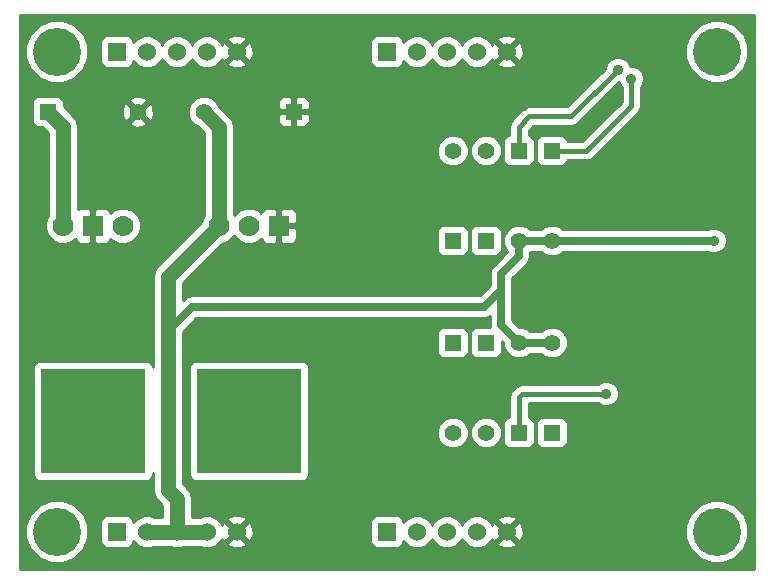
<source format=gbl>
G04 (created by PCBNEW (2013-07-07 BZR 4022)-stable) date 12/7/2014 8:29:54 AM*
%MOIN*%
G04 Gerber Fmt 3.4, Leading zero omitted, Abs format*
%FSLAX34Y34*%
G01*
G70*
G90*
G04 APERTURE LIST*
%ADD10C,0.00590551*%
%ADD11R,0.055X0.055*%
%ADD12C,0.055*%
%ADD13C,0.07*%
%ADD14R,0.07X0.07*%
%ADD15R,0.35X0.35*%
%ADD16C,0.16*%
%ADD17R,0.06X0.06*%
%ADD18C,0.06*%
%ADD19C,0.035*%
%ADD20C,0.015*%
%ADD21C,0.01*%
%ADD22C,0.025*%
%ADD23C,0.05*%
G04 APERTURE END LIST*
G54D10*
G54D11*
X65579Y-61111D03*
G54D12*
X65579Y-64111D03*
G54D11*
X60279Y-53411D03*
G54D12*
X57279Y-53411D03*
G54D11*
X65579Y-57711D03*
G54D12*
X65579Y-54711D03*
G54D11*
X68881Y-54709D03*
G54D12*
X68881Y-57709D03*
G54D11*
X66681Y-57709D03*
G54D12*
X66681Y-54709D03*
G54D11*
X67781Y-54709D03*
G54D12*
X67781Y-57709D03*
G54D11*
X52079Y-53411D03*
G54D12*
X55079Y-53411D03*
G54D11*
X68881Y-64109D03*
G54D12*
X68881Y-61109D03*
G54D11*
X67781Y-64109D03*
G54D12*
X67781Y-61109D03*
G54D11*
X66681Y-61109D03*
G54D12*
X66681Y-64109D03*
G54D13*
X57779Y-57211D03*
G54D14*
X59779Y-57211D03*
G54D13*
X58779Y-57211D03*
G54D15*
X58779Y-63711D03*
X53579Y-63711D03*
G54D13*
X54579Y-57211D03*
G54D14*
X53579Y-57211D03*
G54D13*
X52579Y-57211D03*
G54D16*
X74379Y-67411D03*
X52379Y-67411D03*
X52379Y-51411D03*
X74379Y-51411D03*
G54D17*
X54381Y-51409D03*
G54D18*
X55381Y-51409D03*
X56381Y-51409D03*
X57381Y-51409D03*
X58381Y-51409D03*
G54D17*
X54381Y-67409D03*
G54D18*
X55381Y-67409D03*
X56381Y-67409D03*
X57381Y-67409D03*
X58381Y-67409D03*
G54D17*
X63381Y-67409D03*
G54D18*
X64381Y-67409D03*
X65381Y-67409D03*
X66381Y-67409D03*
X67381Y-67409D03*
G54D17*
X63381Y-51409D03*
G54D18*
X64381Y-51409D03*
X65381Y-51409D03*
X66381Y-51409D03*
X67381Y-51409D03*
G54D19*
X72000Y-62500D03*
X72500Y-62500D03*
X73000Y-62500D03*
X73500Y-62500D03*
X73500Y-62000D03*
X73000Y-62000D03*
X72500Y-62000D03*
X72000Y-62000D03*
X69731Y-57109D03*
X69731Y-56609D03*
X69731Y-56109D03*
X70231Y-56109D03*
X70231Y-56609D03*
X70231Y-57109D03*
X70731Y-57109D03*
X70731Y-56609D03*
X70731Y-56109D03*
X60879Y-67411D03*
X60379Y-67411D03*
X59879Y-67411D03*
X59379Y-67411D03*
X59379Y-66911D03*
X59879Y-66911D03*
X60379Y-66911D03*
X60879Y-66911D03*
X60879Y-66411D03*
X60379Y-66411D03*
X59879Y-66411D03*
X59379Y-66411D03*
X60629Y-58411D03*
X61129Y-58411D03*
X61629Y-58411D03*
X62129Y-58411D03*
X62129Y-57911D03*
X61629Y-57911D03*
X61129Y-57911D03*
X60629Y-57911D03*
X60629Y-57411D03*
X61129Y-57411D03*
X61629Y-57411D03*
X62129Y-57411D03*
X62129Y-56911D03*
X61629Y-56911D03*
X61129Y-56911D03*
X60629Y-56911D03*
X51629Y-54411D03*
X74379Y-58661D03*
X74379Y-59161D03*
X74379Y-59661D03*
X73879Y-59661D03*
X73379Y-59661D03*
X72879Y-59661D03*
X72879Y-59161D03*
X73379Y-59161D03*
X73879Y-59161D03*
X73879Y-58661D03*
X73379Y-58661D03*
X72879Y-58661D03*
X68879Y-52661D03*
X68379Y-52661D03*
X68379Y-52161D03*
X68879Y-52161D03*
X68879Y-51661D03*
X68379Y-51661D03*
X68379Y-51161D03*
X68879Y-51161D03*
X59379Y-51911D03*
X59879Y-51911D03*
X60379Y-51911D03*
X60879Y-51911D03*
X61379Y-51911D03*
X61879Y-51911D03*
X61879Y-51411D03*
X61379Y-51411D03*
X60879Y-51411D03*
X60379Y-51411D03*
X59879Y-51411D03*
X59379Y-51411D03*
X68379Y-67161D03*
X68879Y-67161D03*
X69379Y-67161D03*
X69379Y-66661D03*
X68879Y-66661D03*
X68379Y-66661D03*
X68379Y-66161D03*
X68879Y-66161D03*
X69379Y-66161D03*
X73879Y-56911D03*
X73379Y-56911D03*
X72879Y-56911D03*
X72879Y-56411D03*
X73379Y-56411D03*
X73879Y-56411D03*
X73879Y-55911D03*
X73379Y-55911D03*
X72879Y-55911D03*
X70679Y-62811D03*
X71529Y-52311D03*
X71079Y-52011D03*
X74279Y-57711D03*
G54D20*
X72500Y-62500D02*
X72000Y-62500D01*
X73500Y-62500D02*
X73000Y-62500D01*
X73000Y-62000D02*
X73500Y-62000D01*
X72000Y-62000D02*
X72500Y-62000D01*
X69731Y-56109D02*
X69731Y-56609D01*
X70231Y-56609D02*
X70231Y-56109D01*
X70731Y-57109D02*
X70231Y-57109D01*
X70731Y-56109D02*
X70731Y-56609D01*
X60379Y-67411D02*
X60879Y-67411D01*
X59379Y-67411D02*
X59879Y-67411D01*
X59879Y-66911D02*
X59379Y-66911D01*
X60879Y-66911D02*
X60379Y-66911D01*
X60379Y-66411D02*
X60879Y-66411D01*
X59379Y-66411D02*
X59879Y-66411D01*
G54D21*
X61129Y-58411D02*
X60629Y-58411D01*
X62129Y-58411D02*
X61629Y-58411D01*
X61629Y-57911D02*
X62129Y-57911D01*
X60629Y-57911D02*
X61129Y-57911D01*
X61129Y-57411D02*
X60629Y-57411D01*
X62129Y-57411D02*
X61629Y-57411D01*
X61629Y-56911D02*
X62129Y-56911D01*
X60629Y-56911D02*
X61129Y-56911D01*
G54D22*
X74379Y-59161D02*
X74379Y-58661D01*
X73879Y-59661D02*
X74379Y-59661D01*
X72879Y-59661D02*
X73379Y-59661D01*
X73379Y-59161D02*
X72879Y-59161D01*
X73879Y-58661D02*
X73879Y-59161D01*
X72879Y-58661D02*
X73379Y-58661D01*
G54D21*
X68379Y-52661D02*
X68879Y-52661D01*
X68879Y-52161D02*
X68379Y-52161D01*
X68379Y-51661D02*
X68879Y-51661D01*
X68879Y-51161D02*
X68379Y-51161D01*
G54D20*
X60279Y-53411D02*
X60279Y-52311D01*
X60379Y-51911D02*
X59879Y-51911D01*
X61379Y-51911D02*
X60879Y-51911D01*
X61879Y-51411D02*
X61879Y-51911D01*
X60879Y-51411D02*
X61379Y-51411D01*
X59879Y-51411D02*
X60379Y-51411D01*
X60279Y-52311D02*
X59379Y-51411D01*
X69379Y-67161D02*
X68879Y-67161D01*
X68879Y-66661D02*
X69379Y-66661D01*
X68379Y-66161D02*
X68379Y-66661D01*
X69379Y-66161D02*
X68879Y-66161D01*
X72879Y-56911D02*
X73379Y-56911D01*
X73379Y-56411D02*
X72879Y-56411D01*
X73879Y-55911D02*
X73879Y-56411D01*
X72879Y-55911D02*
X73379Y-55911D01*
X67781Y-64109D02*
X67781Y-62908D01*
X70679Y-62811D02*
X67879Y-62811D01*
X67879Y-62811D02*
X67781Y-62908D01*
X68881Y-54709D02*
X70031Y-54709D01*
X70031Y-54709D02*
X70029Y-54711D01*
X71529Y-53211D02*
X71529Y-52311D01*
X70029Y-54711D02*
X71529Y-53211D01*
X67781Y-54709D02*
X67781Y-53909D01*
X67781Y-53909D02*
X68130Y-53561D01*
X71079Y-52011D02*
X69529Y-53561D01*
X69529Y-53561D02*
X68130Y-53561D01*
G54D23*
X52579Y-57211D02*
X52579Y-53911D01*
X52579Y-53911D02*
X52079Y-53411D01*
G54D22*
X67781Y-57709D02*
X68881Y-57709D01*
X68881Y-57709D02*
X68883Y-57711D01*
X68883Y-57711D02*
X74279Y-57711D01*
X67781Y-57709D02*
X67781Y-58209D01*
X67781Y-58209D02*
X67179Y-58811D01*
X68881Y-61109D02*
X67781Y-61109D01*
X67781Y-61109D02*
X67179Y-60506D01*
X67179Y-60506D02*
X67179Y-59361D01*
X67179Y-58811D02*
X67179Y-59361D01*
X56079Y-60711D02*
X56879Y-59911D01*
X66629Y-59911D02*
X67179Y-59361D01*
X56879Y-59911D02*
X66629Y-59911D01*
G54D23*
X56379Y-67411D02*
X55379Y-67411D01*
X56379Y-67411D02*
X56379Y-66311D01*
X56079Y-65211D02*
X56079Y-66011D01*
X56079Y-60711D02*
X56079Y-65211D01*
X56379Y-66311D02*
X56079Y-66011D01*
X56079Y-60461D02*
X56079Y-60711D01*
X56079Y-59711D02*
X56079Y-60461D01*
X56079Y-58911D02*
X56079Y-59711D01*
X57379Y-67411D02*
X56379Y-67411D01*
X57779Y-57211D02*
X56079Y-58911D01*
X57779Y-57211D02*
X57779Y-53911D01*
X57779Y-53911D02*
X57279Y-53411D01*
G54D10*
G36*
X75609Y-68641D02*
X75429Y-68641D01*
X75429Y-67203D01*
X75429Y-51203D01*
X75270Y-50817D01*
X74974Y-50521D01*
X74589Y-50361D01*
X74171Y-50361D01*
X73785Y-50520D01*
X73489Y-50815D01*
X73329Y-51201D01*
X73329Y-51619D01*
X73488Y-52005D01*
X73783Y-52300D01*
X74169Y-52461D01*
X74587Y-52461D01*
X74973Y-52301D01*
X75268Y-52006D01*
X75429Y-51621D01*
X75429Y-51203D01*
X75429Y-67203D01*
X75270Y-66817D01*
X74974Y-66521D01*
X74704Y-66409D01*
X74704Y-57627D01*
X74639Y-57470D01*
X74520Y-57351D01*
X74364Y-57286D01*
X74195Y-57286D01*
X74074Y-57336D01*
X71954Y-57336D01*
X71954Y-52227D01*
X71889Y-52070D01*
X71770Y-51951D01*
X71614Y-51886D01*
X71487Y-51886D01*
X71439Y-51770D01*
X71320Y-51651D01*
X71164Y-51586D01*
X70995Y-51586D01*
X70838Y-51650D01*
X70719Y-51770D01*
X70654Y-51926D01*
X70654Y-51976D01*
X69394Y-53236D01*
X68130Y-53236D01*
X68005Y-53260D01*
X67936Y-53307D01*
X67936Y-51491D01*
X67925Y-51272D01*
X67863Y-51121D01*
X67767Y-51094D01*
X67697Y-51164D01*
X67697Y-51023D01*
X67669Y-50928D01*
X67463Y-50854D01*
X67245Y-50865D01*
X67094Y-50928D01*
X67066Y-51023D01*
X67381Y-51338D01*
X67697Y-51023D01*
X67697Y-51164D01*
X67452Y-51409D01*
X67767Y-51724D01*
X67863Y-51697D01*
X67936Y-51491D01*
X67936Y-53307D01*
X67900Y-53331D01*
X67900Y-53331D01*
X67697Y-53534D01*
X67697Y-51795D01*
X67381Y-51480D01*
X67311Y-51550D01*
X67311Y-51409D01*
X66995Y-51094D01*
X66900Y-51121D01*
X66880Y-51176D01*
X66848Y-51098D01*
X66693Y-50943D01*
X66491Y-50859D01*
X66272Y-50859D01*
X66070Y-50942D01*
X65915Y-51097D01*
X65881Y-51179D01*
X65848Y-51098D01*
X65693Y-50943D01*
X65491Y-50859D01*
X65272Y-50859D01*
X65070Y-50942D01*
X64915Y-51097D01*
X64881Y-51179D01*
X64848Y-51098D01*
X64693Y-50943D01*
X64491Y-50859D01*
X64272Y-50859D01*
X64070Y-50942D01*
X63931Y-51081D01*
X63931Y-51059D01*
X63893Y-50968D01*
X63823Y-50897D01*
X63731Y-50859D01*
X63632Y-50859D01*
X63032Y-50859D01*
X62940Y-50897D01*
X62870Y-50967D01*
X62831Y-51059D01*
X62831Y-51158D01*
X62831Y-51758D01*
X62869Y-51850D01*
X62940Y-51921D01*
X63031Y-51959D01*
X63131Y-51959D01*
X63731Y-51959D01*
X63823Y-51921D01*
X63893Y-51851D01*
X63931Y-51759D01*
X63931Y-51737D01*
X64069Y-51875D01*
X64272Y-51959D01*
X64490Y-51959D01*
X64693Y-51875D01*
X64847Y-51721D01*
X64881Y-51639D01*
X64915Y-51720D01*
X65069Y-51875D01*
X65272Y-51959D01*
X65490Y-51959D01*
X65693Y-51875D01*
X65847Y-51721D01*
X65881Y-51639D01*
X65915Y-51720D01*
X66069Y-51875D01*
X66272Y-51959D01*
X66490Y-51959D01*
X66693Y-51875D01*
X66847Y-51721D01*
X66879Y-51645D01*
X66900Y-51697D01*
X66995Y-51724D01*
X67311Y-51409D01*
X67311Y-51550D01*
X67066Y-51795D01*
X67094Y-51890D01*
X67300Y-51964D01*
X67518Y-51953D01*
X67669Y-51890D01*
X67697Y-51795D01*
X67697Y-53534D01*
X67552Y-53679D01*
X67481Y-53785D01*
X67456Y-53909D01*
X67456Y-54184D01*
X67365Y-54222D01*
X67295Y-54292D01*
X67256Y-54384D01*
X67256Y-54483D01*
X67256Y-55033D01*
X67294Y-55125D01*
X67365Y-55196D01*
X67456Y-55234D01*
X67556Y-55234D01*
X68106Y-55234D01*
X68198Y-55196D01*
X68268Y-55126D01*
X68306Y-55034D01*
X68306Y-54934D01*
X68306Y-54384D01*
X68268Y-54293D01*
X68198Y-54222D01*
X68106Y-54184D01*
X68106Y-54044D01*
X68264Y-53886D01*
X69529Y-53886D01*
X69653Y-53861D01*
X69653Y-53861D01*
X69759Y-53791D01*
X71113Y-52436D01*
X71121Y-52436D01*
X71168Y-52551D01*
X71204Y-52587D01*
X71204Y-53076D01*
X69896Y-54384D01*
X69406Y-54384D01*
X69368Y-54293D01*
X69298Y-54222D01*
X69206Y-54184D01*
X69107Y-54184D01*
X68557Y-54184D01*
X68465Y-54222D01*
X68395Y-54292D01*
X68356Y-54384D01*
X68356Y-54483D01*
X68356Y-55033D01*
X68394Y-55125D01*
X68465Y-55196D01*
X68556Y-55234D01*
X68656Y-55234D01*
X69206Y-55234D01*
X69298Y-55196D01*
X69368Y-55126D01*
X69406Y-55034D01*
X70020Y-55034D01*
X70029Y-55036D01*
X70153Y-55011D01*
X70259Y-54941D01*
X70260Y-54939D01*
X70260Y-54939D01*
X70260Y-54939D01*
X70260Y-54939D01*
X71759Y-53441D01*
X71759Y-53441D01*
X71759Y-53441D01*
X71829Y-53335D01*
X71829Y-53335D01*
X71854Y-53211D01*
X71854Y-52587D01*
X71889Y-52552D01*
X71954Y-52396D01*
X71954Y-52227D01*
X71954Y-57336D01*
X69251Y-57336D01*
X69179Y-57264D01*
X68986Y-57184D01*
X68777Y-57184D01*
X68584Y-57264D01*
X68514Y-57334D01*
X68149Y-57334D01*
X68079Y-57264D01*
X67886Y-57184D01*
X67677Y-57184D01*
X67484Y-57264D01*
X67337Y-57411D01*
X67256Y-57604D01*
X67256Y-57813D01*
X67336Y-58006D01*
X67395Y-58065D01*
X67206Y-58254D01*
X67206Y-54605D01*
X67127Y-54412D01*
X66979Y-54264D01*
X66786Y-54184D01*
X66577Y-54184D01*
X66384Y-54264D01*
X66237Y-54411D01*
X66156Y-54604D01*
X66156Y-54813D01*
X66236Y-55006D01*
X66384Y-55154D01*
X66577Y-55234D01*
X66785Y-55234D01*
X66978Y-55154D01*
X67126Y-55007D01*
X67206Y-54814D01*
X67206Y-54605D01*
X67206Y-58254D01*
X67206Y-58254D01*
X67206Y-57934D01*
X67206Y-57384D01*
X67168Y-57293D01*
X67098Y-57222D01*
X67006Y-57184D01*
X66907Y-57184D01*
X66357Y-57184D01*
X66265Y-57222D01*
X66195Y-57292D01*
X66156Y-57384D01*
X66156Y-57483D01*
X66156Y-58033D01*
X66194Y-58125D01*
X66265Y-58196D01*
X66356Y-58234D01*
X66456Y-58234D01*
X67006Y-58234D01*
X67098Y-58196D01*
X67168Y-58126D01*
X67206Y-58034D01*
X67206Y-57934D01*
X67206Y-58254D01*
X66914Y-58546D01*
X66832Y-58668D01*
X66804Y-58811D01*
X66804Y-59205D01*
X66474Y-59536D01*
X66104Y-59536D01*
X66104Y-54607D01*
X66024Y-54414D01*
X65877Y-54266D01*
X65684Y-54186D01*
X65475Y-54186D01*
X65282Y-54265D01*
X65134Y-54413D01*
X65054Y-54606D01*
X65054Y-54815D01*
X65134Y-55008D01*
X65281Y-55156D01*
X65474Y-55236D01*
X65683Y-55236D01*
X65876Y-55156D01*
X66024Y-55009D01*
X66104Y-54816D01*
X66104Y-54607D01*
X66104Y-59536D01*
X66104Y-59536D01*
X66104Y-57936D01*
X66104Y-57386D01*
X66066Y-57294D01*
X65996Y-57224D01*
X65904Y-57186D01*
X65804Y-57186D01*
X65254Y-57186D01*
X65162Y-57224D01*
X65092Y-57294D01*
X65054Y-57386D01*
X65054Y-57485D01*
X65054Y-58035D01*
X65092Y-58127D01*
X65162Y-58198D01*
X65254Y-58236D01*
X65353Y-58236D01*
X65903Y-58236D01*
X65995Y-58198D01*
X66066Y-58128D01*
X66104Y-58036D01*
X66104Y-57936D01*
X66104Y-59536D01*
X60804Y-59536D01*
X60804Y-53636D01*
X60804Y-53185D01*
X60804Y-53086D01*
X60766Y-52994D01*
X60695Y-52924D01*
X60603Y-52886D01*
X60391Y-52886D01*
X60329Y-52948D01*
X60329Y-53361D01*
X60741Y-53361D01*
X60804Y-53298D01*
X60804Y-53185D01*
X60804Y-53636D01*
X60804Y-53523D01*
X60741Y-53461D01*
X60329Y-53461D01*
X60329Y-53873D01*
X60391Y-53936D01*
X60603Y-53936D01*
X60695Y-53898D01*
X60766Y-53828D01*
X60804Y-53736D01*
X60804Y-53636D01*
X60804Y-59536D01*
X60379Y-59536D01*
X60379Y-57610D01*
X60379Y-56811D01*
X60341Y-56719D01*
X60271Y-56649D01*
X60229Y-56632D01*
X60229Y-53873D01*
X60229Y-53461D01*
X60229Y-53361D01*
X60229Y-52948D01*
X60166Y-52886D01*
X59954Y-52886D01*
X59862Y-52924D01*
X59792Y-52994D01*
X59754Y-53086D01*
X59754Y-53185D01*
X59754Y-53298D01*
X59816Y-53361D01*
X60229Y-53361D01*
X60229Y-53461D01*
X59816Y-53461D01*
X59754Y-53523D01*
X59754Y-53636D01*
X59754Y-53736D01*
X59792Y-53828D01*
X59862Y-53898D01*
X59954Y-53936D01*
X60166Y-53936D01*
X60229Y-53873D01*
X60229Y-56632D01*
X60179Y-56611D01*
X60079Y-56611D01*
X59891Y-56611D01*
X59829Y-56673D01*
X59829Y-57161D01*
X60316Y-57161D01*
X60379Y-57098D01*
X60379Y-56811D01*
X60379Y-57610D01*
X60379Y-57323D01*
X60316Y-57261D01*
X59829Y-57261D01*
X59829Y-57748D01*
X59891Y-57811D01*
X60079Y-57811D01*
X60179Y-57811D01*
X60271Y-57773D01*
X60341Y-57702D01*
X60379Y-57610D01*
X60379Y-59536D01*
X56879Y-59536D01*
X56735Y-59564D01*
X56662Y-59613D01*
X56614Y-59646D01*
X56579Y-59680D01*
X56579Y-59118D01*
X57886Y-57811D01*
X57898Y-57811D01*
X58118Y-57720D01*
X58279Y-57559D01*
X58439Y-57719D01*
X58659Y-57811D01*
X58898Y-57811D01*
X59118Y-57720D01*
X59193Y-57645D01*
X59217Y-57702D01*
X59287Y-57773D01*
X59379Y-57811D01*
X59478Y-57811D01*
X59666Y-57811D01*
X59729Y-57748D01*
X59729Y-57261D01*
X59721Y-57261D01*
X59721Y-57161D01*
X59729Y-57161D01*
X59729Y-56673D01*
X59666Y-56611D01*
X59478Y-56611D01*
X59379Y-56611D01*
X59287Y-56649D01*
X59217Y-56719D01*
X59193Y-56777D01*
X59119Y-56702D01*
X58936Y-56626D01*
X58936Y-51491D01*
X58925Y-51272D01*
X58863Y-51121D01*
X58767Y-51094D01*
X58697Y-51164D01*
X58697Y-51023D01*
X58669Y-50928D01*
X58463Y-50854D01*
X58245Y-50865D01*
X58094Y-50928D01*
X58066Y-51023D01*
X58381Y-51338D01*
X58697Y-51023D01*
X58697Y-51164D01*
X58452Y-51409D01*
X58767Y-51724D01*
X58863Y-51697D01*
X58936Y-51491D01*
X58936Y-56626D01*
X58899Y-56611D01*
X58697Y-56611D01*
X58697Y-51795D01*
X58381Y-51480D01*
X58311Y-51550D01*
X58311Y-51409D01*
X57995Y-51094D01*
X57900Y-51121D01*
X57880Y-51176D01*
X57848Y-51098D01*
X57693Y-50943D01*
X57491Y-50859D01*
X57272Y-50859D01*
X57070Y-50942D01*
X56915Y-51097D01*
X56881Y-51179D01*
X56848Y-51098D01*
X56693Y-50943D01*
X56491Y-50859D01*
X56272Y-50859D01*
X56070Y-50942D01*
X55915Y-51097D01*
X55881Y-51179D01*
X55848Y-51098D01*
X55693Y-50943D01*
X55491Y-50859D01*
X55272Y-50859D01*
X55070Y-50942D01*
X54931Y-51081D01*
X54931Y-51059D01*
X54893Y-50968D01*
X54823Y-50897D01*
X54731Y-50859D01*
X54632Y-50859D01*
X54032Y-50859D01*
X53940Y-50897D01*
X53870Y-50967D01*
X53831Y-51059D01*
X53831Y-51158D01*
X53831Y-51758D01*
X53869Y-51850D01*
X53940Y-51921D01*
X54031Y-51959D01*
X54131Y-51959D01*
X54731Y-51959D01*
X54823Y-51921D01*
X54893Y-51851D01*
X54931Y-51759D01*
X54931Y-51737D01*
X55069Y-51875D01*
X55272Y-51959D01*
X55490Y-51959D01*
X55693Y-51875D01*
X55847Y-51721D01*
X55881Y-51639D01*
X55915Y-51720D01*
X56069Y-51875D01*
X56272Y-51959D01*
X56490Y-51959D01*
X56693Y-51875D01*
X56847Y-51721D01*
X56881Y-51639D01*
X56915Y-51720D01*
X57069Y-51875D01*
X57272Y-51959D01*
X57490Y-51959D01*
X57693Y-51875D01*
X57847Y-51721D01*
X57879Y-51645D01*
X57900Y-51697D01*
X57995Y-51724D01*
X58311Y-51409D01*
X58311Y-51550D01*
X58066Y-51795D01*
X58094Y-51890D01*
X58300Y-51964D01*
X58518Y-51953D01*
X58669Y-51890D01*
X58697Y-51795D01*
X58697Y-56611D01*
X58660Y-56611D01*
X58439Y-56702D01*
X58279Y-56862D01*
X58279Y-53911D01*
X58241Y-53719D01*
X58132Y-53557D01*
X58132Y-53557D01*
X57749Y-53174D01*
X57724Y-53114D01*
X57577Y-52966D01*
X57384Y-52886D01*
X57175Y-52886D01*
X56982Y-52965D01*
X56834Y-53113D01*
X56754Y-53306D01*
X56754Y-53515D01*
X56834Y-53708D01*
X56981Y-53856D01*
X57042Y-53881D01*
X57279Y-54118D01*
X57279Y-56862D01*
X57271Y-56870D01*
X57179Y-57091D01*
X57179Y-57104D01*
X55725Y-58557D01*
X55617Y-58719D01*
X55609Y-58760D01*
X55609Y-53487D01*
X55597Y-53278D01*
X55539Y-53138D01*
X55447Y-53114D01*
X55376Y-53184D01*
X55376Y-53043D01*
X55352Y-52950D01*
X55155Y-52881D01*
X54946Y-52892D01*
X54806Y-52950D01*
X54782Y-53043D01*
X55079Y-53340D01*
X55376Y-53043D01*
X55376Y-53184D01*
X55150Y-53411D01*
X55447Y-53708D01*
X55539Y-53684D01*
X55609Y-53487D01*
X55609Y-58760D01*
X55579Y-58911D01*
X55579Y-58911D01*
X55579Y-59711D01*
X55579Y-60461D01*
X55579Y-60711D01*
X55579Y-61911D01*
X55541Y-61819D01*
X55471Y-61749D01*
X55379Y-61711D01*
X55376Y-61711D01*
X55376Y-53779D01*
X55079Y-53481D01*
X55008Y-53552D01*
X55008Y-53411D01*
X54711Y-53114D01*
X54618Y-53138D01*
X54549Y-53335D01*
X54560Y-53544D01*
X54618Y-53684D01*
X54711Y-53708D01*
X55008Y-53411D01*
X55008Y-53552D01*
X54782Y-53779D01*
X54806Y-53871D01*
X55003Y-53941D01*
X55212Y-53929D01*
X55352Y-53871D01*
X55376Y-53779D01*
X55376Y-61711D01*
X55279Y-61711D01*
X55179Y-61711D01*
X55179Y-57092D01*
X55088Y-56871D01*
X54919Y-56702D01*
X54699Y-56611D01*
X54460Y-56611D01*
X54239Y-56702D01*
X54165Y-56777D01*
X54141Y-56719D01*
X54071Y-56649D01*
X53979Y-56611D01*
X53879Y-56611D01*
X53691Y-56611D01*
X53629Y-56673D01*
X53629Y-57161D01*
X53637Y-57161D01*
X53637Y-57261D01*
X53629Y-57261D01*
X53629Y-57748D01*
X53691Y-57811D01*
X53879Y-57811D01*
X53979Y-57811D01*
X54071Y-57773D01*
X54141Y-57702D01*
X54165Y-57645D01*
X54239Y-57719D01*
X54459Y-57811D01*
X54698Y-57811D01*
X54918Y-57720D01*
X55087Y-57551D01*
X55179Y-57331D01*
X55179Y-57092D01*
X55179Y-61711D01*
X53529Y-61711D01*
X53529Y-57748D01*
X53529Y-57261D01*
X53521Y-57261D01*
X53521Y-57161D01*
X53529Y-57161D01*
X53529Y-56673D01*
X53466Y-56611D01*
X53429Y-56611D01*
X53429Y-51203D01*
X53270Y-50817D01*
X52974Y-50521D01*
X52589Y-50361D01*
X52171Y-50361D01*
X51785Y-50520D01*
X51489Y-50815D01*
X51329Y-51201D01*
X51329Y-51619D01*
X51488Y-52005D01*
X51783Y-52300D01*
X52169Y-52461D01*
X52587Y-52461D01*
X52973Y-52301D01*
X53268Y-52006D01*
X53429Y-51621D01*
X53429Y-51203D01*
X53429Y-56611D01*
X53278Y-56611D01*
X53179Y-56611D01*
X53087Y-56649D01*
X53079Y-56657D01*
X53079Y-53911D01*
X53041Y-53719D01*
X52932Y-53557D01*
X52932Y-53557D01*
X52604Y-53229D01*
X52604Y-53086D01*
X52566Y-52994D01*
X52496Y-52924D01*
X52404Y-52886D01*
X52304Y-52886D01*
X51754Y-52886D01*
X51662Y-52924D01*
X51592Y-52994D01*
X51554Y-53086D01*
X51554Y-53185D01*
X51554Y-53735D01*
X51592Y-53827D01*
X51662Y-53898D01*
X51754Y-53936D01*
X51853Y-53936D01*
X51897Y-53936D01*
X52079Y-54118D01*
X52079Y-56862D01*
X52071Y-56870D01*
X51979Y-57091D01*
X51979Y-57330D01*
X52070Y-57550D01*
X52239Y-57719D01*
X52459Y-57811D01*
X52698Y-57811D01*
X52918Y-57720D01*
X52993Y-57645D01*
X53017Y-57702D01*
X53087Y-57773D01*
X53179Y-57811D01*
X53278Y-57811D01*
X53466Y-57811D01*
X53529Y-57748D01*
X53529Y-61711D01*
X51779Y-61711D01*
X51687Y-61749D01*
X51617Y-61819D01*
X51579Y-61911D01*
X51579Y-62010D01*
X51579Y-65510D01*
X51617Y-65602D01*
X51687Y-65673D01*
X51779Y-65711D01*
X51878Y-65711D01*
X55378Y-65711D01*
X55470Y-65673D01*
X55541Y-65603D01*
X55579Y-65511D01*
X55579Y-65461D01*
X55579Y-66011D01*
X55579Y-66011D01*
X55617Y-66202D01*
X55725Y-66364D01*
X55879Y-66518D01*
X55879Y-66911D01*
X55616Y-66911D01*
X55491Y-66859D01*
X55272Y-66859D01*
X55070Y-66942D01*
X54931Y-67081D01*
X54931Y-67059D01*
X54893Y-66968D01*
X54823Y-66897D01*
X54731Y-66859D01*
X54632Y-66859D01*
X54032Y-66859D01*
X53940Y-66897D01*
X53870Y-66967D01*
X53831Y-67059D01*
X53831Y-67158D01*
X53831Y-67758D01*
X53869Y-67850D01*
X53940Y-67921D01*
X54031Y-67959D01*
X54131Y-67959D01*
X54731Y-67959D01*
X54823Y-67921D01*
X54893Y-67851D01*
X54931Y-67759D01*
X54931Y-67737D01*
X55069Y-67875D01*
X55272Y-67959D01*
X55490Y-67959D01*
X55607Y-67911D01*
X56156Y-67911D01*
X56272Y-67959D01*
X56490Y-67959D01*
X56607Y-67911D01*
X57156Y-67911D01*
X57272Y-67959D01*
X57490Y-67959D01*
X57693Y-67875D01*
X57847Y-67721D01*
X57879Y-67645D01*
X57900Y-67697D01*
X57995Y-67724D01*
X58311Y-67409D01*
X57995Y-67094D01*
X57900Y-67121D01*
X57880Y-67176D01*
X57848Y-67098D01*
X57693Y-66943D01*
X57491Y-66859D01*
X57272Y-66859D01*
X57147Y-66911D01*
X56879Y-66911D01*
X56879Y-66311D01*
X56879Y-66311D01*
X56879Y-66311D01*
X56841Y-66119D01*
X56732Y-65957D01*
X56732Y-65957D01*
X56579Y-65804D01*
X56579Y-65211D01*
X56579Y-60741D01*
X57034Y-60286D01*
X66629Y-60286D01*
X66772Y-60257D01*
X66804Y-60236D01*
X66804Y-60506D01*
X66819Y-60584D01*
X66357Y-60584D01*
X66265Y-60622D01*
X66195Y-60692D01*
X66156Y-60784D01*
X66156Y-60883D01*
X66156Y-61433D01*
X66194Y-61525D01*
X66265Y-61596D01*
X66356Y-61634D01*
X66456Y-61634D01*
X67006Y-61634D01*
X67098Y-61596D01*
X67168Y-61526D01*
X67206Y-61434D01*
X67206Y-61334D01*
X67206Y-61064D01*
X67256Y-61114D01*
X67256Y-61213D01*
X67336Y-61406D01*
X67484Y-61554D01*
X67677Y-61634D01*
X67885Y-61634D01*
X68078Y-61554D01*
X68149Y-61484D01*
X68514Y-61484D01*
X68584Y-61554D01*
X68777Y-61634D01*
X68985Y-61634D01*
X69178Y-61554D01*
X69326Y-61407D01*
X69406Y-61214D01*
X69406Y-61005D01*
X69327Y-60812D01*
X69179Y-60664D01*
X68986Y-60584D01*
X68777Y-60584D01*
X68584Y-60664D01*
X68514Y-60734D01*
X68149Y-60734D01*
X68079Y-60664D01*
X67886Y-60584D01*
X67787Y-60584D01*
X67554Y-60351D01*
X67554Y-59361D01*
X67554Y-58967D01*
X68047Y-58474D01*
X68047Y-58474D01*
X68128Y-58352D01*
X68156Y-58209D01*
X68156Y-58209D01*
X68156Y-58084D01*
X68514Y-58084D01*
X68584Y-58154D01*
X68777Y-58234D01*
X68985Y-58234D01*
X69178Y-58154D01*
X69247Y-58086D01*
X74074Y-58086D01*
X74194Y-58136D01*
X74363Y-58136D01*
X74519Y-58071D01*
X74639Y-57952D01*
X74704Y-57796D01*
X74704Y-57627D01*
X74704Y-66409D01*
X74589Y-66361D01*
X74171Y-66361D01*
X73785Y-66520D01*
X73489Y-66815D01*
X73329Y-67201D01*
X73329Y-67619D01*
X73488Y-68005D01*
X73783Y-68300D01*
X74169Y-68461D01*
X74587Y-68461D01*
X74973Y-68301D01*
X75268Y-68006D01*
X75429Y-67621D01*
X75429Y-67203D01*
X75429Y-68641D01*
X71104Y-68641D01*
X71104Y-62727D01*
X71039Y-62570D01*
X70920Y-62451D01*
X70764Y-62386D01*
X70595Y-62386D01*
X70438Y-62450D01*
X70403Y-62486D01*
X67879Y-62486D01*
X67754Y-62510D01*
X67712Y-62539D01*
X67649Y-62581D01*
X67649Y-62581D01*
X67552Y-62678D01*
X67481Y-62784D01*
X67456Y-62908D01*
X67456Y-63584D01*
X67365Y-63622D01*
X67295Y-63692D01*
X67256Y-63784D01*
X67256Y-63883D01*
X67256Y-64433D01*
X67294Y-64525D01*
X67365Y-64596D01*
X67456Y-64634D01*
X67556Y-64634D01*
X68106Y-64634D01*
X68198Y-64596D01*
X68268Y-64526D01*
X68306Y-64434D01*
X68306Y-64334D01*
X68306Y-63784D01*
X68268Y-63693D01*
X68198Y-63622D01*
X68106Y-63584D01*
X68106Y-63136D01*
X70403Y-63136D01*
X70438Y-63171D01*
X70594Y-63236D01*
X70763Y-63236D01*
X70919Y-63171D01*
X71039Y-63052D01*
X71104Y-62896D01*
X71104Y-62727D01*
X71104Y-68641D01*
X69406Y-68641D01*
X69406Y-64334D01*
X69406Y-63784D01*
X69368Y-63693D01*
X69298Y-63622D01*
X69206Y-63584D01*
X69107Y-63584D01*
X68557Y-63584D01*
X68465Y-63622D01*
X68395Y-63692D01*
X68356Y-63784D01*
X68356Y-63883D01*
X68356Y-64433D01*
X68394Y-64525D01*
X68465Y-64596D01*
X68556Y-64634D01*
X68656Y-64634D01*
X69206Y-64634D01*
X69298Y-64596D01*
X69368Y-64526D01*
X69406Y-64434D01*
X69406Y-64334D01*
X69406Y-68641D01*
X67936Y-68641D01*
X67936Y-67491D01*
X67925Y-67272D01*
X67863Y-67121D01*
X67767Y-67094D01*
X67697Y-67164D01*
X67697Y-67023D01*
X67669Y-66928D01*
X67463Y-66854D01*
X67245Y-66865D01*
X67206Y-66881D01*
X67206Y-64005D01*
X67127Y-63812D01*
X66979Y-63664D01*
X66786Y-63584D01*
X66577Y-63584D01*
X66384Y-63664D01*
X66237Y-63811D01*
X66156Y-64004D01*
X66156Y-64213D01*
X66236Y-64406D01*
X66384Y-64554D01*
X66577Y-64634D01*
X66785Y-64634D01*
X66978Y-64554D01*
X67126Y-64407D01*
X67206Y-64214D01*
X67206Y-64005D01*
X67206Y-66881D01*
X67094Y-66928D01*
X67066Y-67023D01*
X67381Y-67338D01*
X67697Y-67023D01*
X67697Y-67164D01*
X67452Y-67409D01*
X67767Y-67724D01*
X67863Y-67697D01*
X67936Y-67491D01*
X67936Y-68641D01*
X67697Y-68641D01*
X67697Y-67795D01*
X67381Y-67480D01*
X67311Y-67550D01*
X67311Y-67409D01*
X66995Y-67094D01*
X66900Y-67121D01*
X66880Y-67176D01*
X66848Y-67098D01*
X66693Y-66943D01*
X66491Y-66859D01*
X66272Y-66859D01*
X66104Y-66928D01*
X66104Y-64007D01*
X66104Y-64007D01*
X66104Y-61336D01*
X66104Y-60786D01*
X66066Y-60694D01*
X65996Y-60624D01*
X65904Y-60586D01*
X65804Y-60586D01*
X65254Y-60586D01*
X65162Y-60624D01*
X65092Y-60694D01*
X65054Y-60786D01*
X65054Y-60885D01*
X65054Y-61435D01*
X65092Y-61527D01*
X65162Y-61598D01*
X65254Y-61636D01*
X65353Y-61636D01*
X65903Y-61636D01*
X65995Y-61598D01*
X66066Y-61528D01*
X66104Y-61436D01*
X66104Y-61336D01*
X66104Y-64007D01*
X66024Y-63814D01*
X65877Y-63666D01*
X65684Y-63586D01*
X65475Y-63586D01*
X65282Y-63665D01*
X65134Y-63813D01*
X65054Y-64006D01*
X65054Y-64215D01*
X65134Y-64408D01*
X65281Y-64556D01*
X65474Y-64636D01*
X65683Y-64636D01*
X65876Y-64556D01*
X66024Y-64409D01*
X66104Y-64216D01*
X66104Y-64007D01*
X66104Y-66928D01*
X66070Y-66942D01*
X65915Y-67097D01*
X65881Y-67179D01*
X65848Y-67098D01*
X65693Y-66943D01*
X65491Y-66859D01*
X65272Y-66859D01*
X65070Y-66942D01*
X64915Y-67097D01*
X64881Y-67179D01*
X64848Y-67098D01*
X64693Y-66943D01*
X64491Y-66859D01*
X64272Y-66859D01*
X64070Y-66942D01*
X63931Y-67081D01*
X63931Y-67059D01*
X63893Y-66968D01*
X63823Y-66897D01*
X63731Y-66859D01*
X63632Y-66859D01*
X63032Y-66859D01*
X62940Y-66897D01*
X62870Y-66967D01*
X62831Y-67059D01*
X62831Y-67158D01*
X62831Y-67758D01*
X62869Y-67850D01*
X62940Y-67921D01*
X63031Y-67959D01*
X63131Y-67959D01*
X63731Y-67959D01*
X63823Y-67921D01*
X63893Y-67851D01*
X63931Y-67759D01*
X63931Y-67737D01*
X64069Y-67875D01*
X64272Y-67959D01*
X64490Y-67959D01*
X64693Y-67875D01*
X64847Y-67721D01*
X64881Y-67639D01*
X64915Y-67720D01*
X65069Y-67875D01*
X65272Y-67959D01*
X65490Y-67959D01*
X65693Y-67875D01*
X65847Y-67721D01*
X65881Y-67639D01*
X65915Y-67720D01*
X66069Y-67875D01*
X66272Y-67959D01*
X66490Y-67959D01*
X66693Y-67875D01*
X66847Y-67721D01*
X66879Y-67645D01*
X66900Y-67697D01*
X66995Y-67724D01*
X67311Y-67409D01*
X67311Y-67550D01*
X67066Y-67795D01*
X67094Y-67890D01*
X67300Y-67964D01*
X67518Y-67953D01*
X67669Y-67890D01*
X67697Y-67795D01*
X67697Y-68641D01*
X60779Y-68641D01*
X60779Y-65411D01*
X60779Y-61911D01*
X60741Y-61819D01*
X60671Y-61749D01*
X60579Y-61711D01*
X60479Y-61711D01*
X56979Y-61711D01*
X56887Y-61749D01*
X56817Y-61819D01*
X56779Y-61911D01*
X56779Y-62010D01*
X56779Y-65510D01*
X56817Y-65602D01*
X56887Y-65673D01*
X56979Y-65711D01*
X57078Y-65711D01*
X60578Y-65711D01*
X60670Y-65673D01*
X60741Y-65603D01*
X60779Y-65511D01*
X60779Y-65411D01*
X60779Y-68641D01*
X58936Y-68641D01*
X58936Y-67491D01*
X58925Y-67272D01*
X58863Y-67121D01*
X58767Y-67094D01*
X58697Y-67164D01*
X58697Y-67023D01*
X58669Y-66928D01*
X58463Y-66854D01*
X58245Y-66865D01*
X58094Y-66928D01*
X58066Y-67023D01*
X58381Y-67338D01*
X58697Y-67023D01*
X58697Y-67164D01*
X58452Y-67409D01*
X58767Y-67724D01*
X58863Y-67697D01*
X58936Y-67491D01*
X58936Y-68641D01*
X58697Y-68641D01*
X58697Y-67795D01*
X58381Y-67480D01*
X58066Y-67795D01*
X58094Y-67890D01*
X58300Y-67964D01*
X58518Y-67953D01*
X58669Y-67890D01*
X58697Y-67795D01*
X58697Y-68641D01*
X53429Y-68641D01*
X53429Y-67203D01*
X53270Y-66817D01*
X52974Y-66521D01*
X52589Y-66361D01*
X52171Y-66361D01*
X51785Y-66520D01*
X51489Y-66815D01*
X51329Y-67201D01*
X51329Y-67619D01*
X51488Y-68005D01*
X51783Y-68300D01*
X52169Y-68461D01*
X52587Y-68461D01*
X52973Y-68301D01*
X53268Y-68006D01*
X53429Y-67621D01*
X53429Y-67203D01*
X53429Y-68641D01*
X51149Y-68641D01*
X51149Y-50411D01*
X51149Y-50180D01*
X75609Y-50180D01*
X75609Y-50411D01*
X75609Y-68641D01*
X75609Y-68641D01*
G37*
G54D21*
X75609Y-68641D02*
X75429Y-68641D01*
X75429Y-67203D01*
X75429Y-51203D01*
X75270Y-50817D01*
X74974Y-50521D01*
X74589Y-50361D01*
X74171Y-50361D01*
X73785Y-50520D01*
X73489Y-50815D01*
X73329Y-51201D01*
X73329Y-51619D01*
X73488Y-52005D01*
X73783Y-52300D01*
X74169Y-52461D01*
X74587Y-52461D01*
X74973Y-52301D01*
X75268Y-52006D01*
X75429Y-51621D01*
X75429Y-51203D01*
X75429Y-67203D01*
X75270Y-66817D01*
X74974Y-66521D01*
X74704Y-66409D01*
X74704Y-57627D01*
X74639Y-57470D01*
X74520Y-57351D01*
X74364Y-57286D01*
X74195Y-57286D01*
X74074Y-57336D01*
X71954Y-57336D01*
X71954Y-52227D01*
X71889Y-52070D01*
X71770Y-51951D01*
X71614Y-51886D01*
X71487Y-51886D01*
X71439Y-51770D01*
X71320Y-51651D01*
X71164Y-51586D01*
X70995Y-51586D01*
X70838Y-51650D01*
X70719Y-51770D01*
X70654Y-51926D01*
X70654Y-51976D01*
X69394Y-53236D01*
X68130Y-53236D01*
X68005Y-53260D01*
X67936Y-53307D01*
X67936Y-51491D01*
X67925Y-51272D01*
X67863Y-51121D01*
X67767Y-51094D01*
X67697Y-51164D01*
X67697Y-51023D01*
X67669Y-50928D01*
X67463Y-50854D01*
X67245Y-50865D01*
X67094Y-50928D01*
X67066Y-51023D01*
X67381Y-51338D01*
X67697Y-51023D01*
X67697Y-51164D01*
X67452Y-51409D01*
X67767Y-51724D01*
X67863Y-51697D01*
X67936Y-51491D01*
X67936Y-53307D01*
X67900Y-53331D01*
X67900Y-53331D01*
X67697Y-53534D01*
X67697Y-51795D01*
X67381Y-51480D01*
X67311Y-51550D01*
X67311Y-51409D01*
X66995Y-51094D01*
X66900Y-51121D01*
X66880Y-51176D01*
X66848Y-51098D01*
X66693Y-50943D01*
X66491Y-50859D01*
X66272Y-50859D01*
X66070Y-50942D01*
X65915Y-51097D01*
X65881Y-51179D01*
X65848Y-51098D01*
X65693Y-50943D01*
X65491Y-50859D01*
X65272Y-50859D01*
X65070Y-50942D01*
X64915Y-51097D01*
X64881Y-51179D01*
X64848Y-51098D01*
X64693Y-50943D01*
X64491Y-50859D01*
X64272Y-50859D01*
X64070Y-50942D01*
X63931Y-51081D01*
X63931Y-51059D01*
X63893Y-50968D01*
X63823Y-50897D01*
X63731Y-50859D01*
X63632Y-50859D01*
X63032Y-50859D01*
X62940Y-50897D01*
X62870Y-50967D01*
X62831Y-51059D01*
X62831Y-51158D01*
X62831Y-51758D01*
X62869Y-51850D01*
X62940Y-51921D01*
X63031Y-51959D01*
X63131Y-51959D01*
X63731Y-51959D01*
X63823Y-51921D01*
X63893Y-51851D01*
X63931Y-51759D01*
X63931Y-51737D01*
X64069Y-51875D01*
X64272Y-51959D01*
X64490Y-51959D01*
X64693Y-51875D01*
X64847Y-51721D01*
X64881Y-51639D01*
X64915Y-51720D01*
X65069Y-51875D01*
X65272Y-51959D01*
X65490Y-51959D01*
X65693Y-51875D01*
X65847Y-51721D01*
X65881Y-51639D01*
X65915Y-51720D01*
X66069Y-51875D01*
X66272Y-51959D01*
X66490Y-51959D01*
X66693Y-51875D01*
X66847Y-51721D01*
X66879Y-51645D01*
X66900Y-51697D01*
X66995Y-51724D01*
X67311Y-51409D01*
X67311Y-51550D01*
X67066Y-51795D01*
X67094Y-51890D01*
X67300Y-51964D01*
X67518Y-51953D01*
X67669Y-51890D01*
X67697Y-51795D01*
X67697Y-53534D01*
X67552Y-53679D01*
X67481Y-53785D01*
X67456Y-53909D01*
X67456Y-54184D01*
X67365Y-54222D01*
X67295Y-54292D01*
X67256Y-54384D01*
X67256Y-54483D01*
X67256Y-55033D01*
X67294Y-55125D01*
X67365Y-55196D01*
X67456Y-55234D01*
X67556Y-55234D01*
X68106Y-55234D01*
X68198Y-55196D01*
X68268Y-55126D01*
X68306Y-55034D01*
X68306Y-54934D01*
X68306Y-54384D01*
X68268Y-54293D01*
X68198Y-54222D01*
X68106Y-54184D01*
X68106Y-54044D01*
X68264Y-53886D01*
X69529Y-53886D01*
X69653Y-53861D01*
X69653Y-53861D01*
X69759Y-53791D01*
X71113Y-52436D01*
X71121Y-52436D01*
X71168Y-52551D01*
X71204Y-52587D01*
X71204Y-53076D01*
X69896Y-54384D01*
X69406Y-54384D01*
X69368Y-54293D01*
X69298Y-54222D01*
X69206Y-54184D01*
X69107Y-54184D01*
X68557Y-54184D01*
X68465Y-54222D01*
X68395Y-54292D01*
X68356Y-54384D01*
X68356Y-54483D01*
X68356Y-55033D01*
X68394Y-55125D01*
X68465Y-55196D01*
X68556Y-55234D01*
X68656Y-55234D01*
X69206Y-55234D01*
X69298Y-55196D01*
X69368Y-55126D01*
X69406Y-55034D01*
X70020Y-55034D01*
X70029Y-55036D01*
X70153Y-55011D01*
X70259Y-54941D01*
X70260Y-54939D01*
X70260Y-54939D01*
X70260Y-54939D01*
X70260Y-54939D01*
X71759Y-53441D01*
X71759Y-53441D01*
X71759Y-53441D01*
X71829Y-53335D01*
X71829Y-53335D01*
X71854Y-53211D01*
X71854Y-52587D01*
X71889Y-52552D01*
X71954Y-52396D01*
X71954Y-52227D01*
X71954Y-57336D01*
X69251Y-57336D01*
X69179Y-57264D01*
X68986Y-57184D01*
X68777Y-57184D01*
X68584Y-57264D01*
X68514Y-57334D01*
X68149Y-57334D01*
X68079Y-57264D01*
X67886Y-57184D01*
X67677Y-57184D01*
X67484Y-57264D01*
X67337Y-57411D01*
X67256Y-57604D01*
X67256Y-57813D01*
X67336Y-58006D01*
X67395Y-58065D01*
X67206Y-58254D01*
X67206Y-54605D01*
X67127Y-54412D01*
X66979Y-54264D01*
X66786Y-54184D01*
X66577Y-54184D01*
X66384Y-54264D01*
X66237Y-54411D01*
X66156Y-54604D01*
X66156Y-54813D01*
X66236Y-55006D01*
X66384Y-55154D01*
X66577Y-55234D01*
X66785Y-55234D01*
X66978Y-55154D01*
X67126Y-55007D01*
X67206Y-54814D01*
X67206Y-54605D01*
X67206Y-58254D01*
X67206Y-58254D01*
X67206Y-57934D01*
X67206Y-57384D01*
X67168Y-57293D01*
X67098Y-57222D01*
X67006Y-57184D01*
X66907Y-57184D01*
X66357Y-57184D01*
X66265Y-57222D01*
X66195Y-57292D01*
X66156Y-57384D01*
X66156Y-57483D01*
X66156Y-58033D01*
X66194Y-58125D01*
X66265Y-58196D01*
X66356Y-58234D01*
X66456Y-58234D01*
X67006Y-58234D01*
X67098Y-58196D01*
X67168Y-58126D01*
X67206Y-58034D01*
X67206Y-57934D01*
X67206Y-58254D01*
X66914Y-58546D01*
X66832Y-58668D01*
X66804Y-58811D01*
X66804Y-59205D01*
X66474Y-59536D01*
X66104Y-59536D01*
X66104Y-54607D01*
X66024Y-54414D01*
X65877Y-54266D01*
X65684Y-54186D01*
X65475Y-54186D01*
X65282Y-54265D01*
X65134Y-54413D01*
X65054Y-54606D01*
X65054Y-54815D01*
X65134Y-55008D01*
X65281Y-55156D01*
X65474Y-55236D01*
X65683Y-55236D01*
X65876Y-55156D01*
X66024Y-55009D01*
X66104Y-54816D01*
X66104Y-54607D01*
X66104Y-59536D01*
X66104Y-59536D01*
X66104Y-57936D01*
X66104Y-57386D01*
X66066Y-57294D01*
X65996Y-57224D01*
X65904Y-57186D01*
X65804Y-57186D01*
X65254Y-57186D01*
X65162Y-57224D01*
X65092Y-57294D01*
X65054Y-57386D01*
X65054Y-57485D01*
X65054Y-58035D01*
X65092Y-58127D01*
X65162Y-58198D01*
X65254Y-58236D01*
X65353Y-58236D01*
X65903Y-58236D01*
X65995Y-58198D01*
X66066Y-58128D01*
X66104Y-58036D01*
X66104Y-57936D01*
X66104Y-59536D01*
X60804Y-59536D01*
X60804Y-53636D01*
X60804Y-53185D01*
X60804Y-53086D01*
X60766Y-52994D01*
X60695Y-52924D01*
X60603Y-52886D01*
X60391Y-52886D01*
X60329Y-52948D01*
X60329Y-53361D01*
X60741Y-53361D01*
X60804Y-53298D01*
X60804Y-53185D01*
X60804Y-53636D01*
X60804Y-53523D01*
X60741Y-53461D01*
X60329Y-53461D01*
X60329Y-53873D01*
X60391Y-53936D01*
X60603Y-53936D01*
X60695Y-53898D01*
X60766Y-53828D01*
X60804Y-53736D01*
X60804Y-53636D01*
X60804Y-59536D01*
X60379Y-59536D01*
X60379Y-57610D01*
X60379Y-56811D01*
X60341Y-56719D01*
X60271Y-56649D01*
X60229Y-56632D01*
X60229Y-53873D01*
X60229Y-53461D01*
X60229Y-53361D01*
X60229Y-52948D01*
X60166Y-52886D01*
X59954Y-52886D01*
X59862Y-52924D01*
X59792Y-52994D01*
X59754Y-53086D01*
X59754Y-53185D01*
X59754Y-53298D01*
X59816Y-53361D01*
X60229Y-53361D01*
X60229Y-53461D01*
X59816Y-53461D01*
X59754Y-53523D01*
X59754Y-53636D01*
X59754Y-53736D01*
X59792Y-53828D01*
X59862Y-53898D01*
X59954Y-53936D01*
X60166Y-53936D01*
X60229Y-53873D01*
X60229Y-56632D01*
X60179Y-56611D01*
X60079Y-56611D01*
X59891Y-56611D01*
X59829Y-56673D01*
X59829Y-57161D01*
X60316Y-57161D01*
X60379Y-57098D01*
X60379Y-56811D01*
X60379Y-57610D01*
X60379Y-57323D01*
X60316Y-57261D01*
X59829Y-57261D01*
X59829Y-57748D01*
X59891Y-57811D01*
X60079Y-57811D01*
X60179Y-57811D01*
X60271Y-57773D01*
X60341Y-57702D01*
X60379Y-57610D01*
X60379Y-59536D01*
X56879Y-59536D01*
X56735Y-59564D01*
X56662Y-59613D01*
X56614Y-59646D01*
X56579Y-59680D01*
X56579Y-59118D01*
X57886Y-57811D01*
X57898Y-57811D01*
X58118Y-57720D01*
X58279Y-57559D01*
X58439Y-57719D01*
X58659Y-57811D01*
X58898Y-57811D01*
X59118Y-57720D01*
X59193Y-57645D01*
X59217Y-57702D01*
X59287Y-57773D01*
X59379Y-57811D01*
X59478Y-57811D01*
X59666Y-57811D01*
X59729Y-57748D01*
X59729Y-57261D01*
X59721Y-57261D01*
X59721Y-57161D01*
X59729Y-57161D01*
X59729Y-56673D01*
X59666Y-56611D01*
X59478Y-56611D01*
X59379Y-56611D01*
X59287Y-56649D01*
X59217Y-56719D01*
X59193Y-56777D01*
X59119Y-56702D01*
X58936Y-56626D01*
X58936Y-51491D01*
X58925Y-51272D01*
X58863Y-51121D01*
X58767Y-51094D01*
X58697Y-51164D01*
X58697Y-51023D01*
X58669Y-50928D01*
X58463Y-50854D01*
X58245Y-50865D01*
X58094Y-50928D01*
X58066Y-51023D01*
X58381Y-51338D01*
X58697Y-51023D01*
X58697Y-51164D01*
X58452Y-51409D01*
X58767Y-51724D01*
X58863Y-51697D01*
X58936Y-51491D01*
X58936Y-56626D01*
X58899Y-56611D01*
X58697Y-56611D01*
X58697Y-51795D01*
X58381Y-51480D01*
X58311Y-51550D01*
X58311Y-51409D01*
X57995Y-51094D01*
X57900Y-51121D01*
X57880Y-51176D01*
X57848Y-51098D01*
X57693Y-50943D01*
X57491Y-50859D01*
X57272Y-50859D01*
X57070Y-50942D01*
X56915Y-51097D01*
X56881Y-51179D01*
X56848Y-51098D01*
X56693Y-50943D01*
X56491Y-50859D01*
X56272Y-50859D01*
X56070Y-50942D01*
X55915Y-51097D01*
X55881Y-51179D01*
X55848Y-51098D01*
X55693Y-50943D01*
X55491Y-50859D01*
X55272Y-50859D01*
X55070Y-50942D01*
X54931Y-51081D01*
X54931Y-51059D01*
X54893Y-50968D01*
X54823Y-50897D01*
X54731Y-50859D01*
X54632Y-50859D01*
X54032Y-50859D01*
X53940Y-50897D01*
X53870Y-50967D01*
X53831Y-51059D01*
X53831Y-51158D01*
X53831Y-51758D01*
X53869Y-51850D01*
X53940Y-51921D01*
X54031Y-51959D01*
X54131Y-51959D01*
X54731Y-51959D01*
X54823Y-51921D01*
X54893Y-51851D01*
X54931Y-51759D01*
X54931Y-51737D01*
X55069Y-51875D01*
X55272Y-51959D01*
X55490Y-51959D01*
X55693Y-51875D01*
X55847Y-51721D01*
X55881Y-51639D01*
X55915Y-51720D01*
X56069Y-51875D01*
X56272Y-51959D01*
X56490Y-51959D01*
X56693Y-51875D01*
X56847Y-51721D01*
X56881Y-51639D01*
X56915Y-51720D01*
X57069Y-51875D01*
X57272Y-51959D01*
X57490Y-51959D01*
X57693Y-51875D01*
X57847Y-51721D01*
X57879Y-51645D01*
X57900Y-51697D01*
X57995Y-51724D01*
X58311Y-51409D01*
X58311Y-51550D01*
X58066Y-51795D01*
X58094Y-51890D01*
X58300Y-51964D01*
X58518Y-51953D01*
X58669Y-51890D01*
X58697Y-51795D01*
X58697Y-56611D01*
X58660Y-56611D01*
X58439Y-56702D01*
X58279Y-56862D01*
X58279Y-53911D01*
X58241Y-53719D01*
X58132Y-53557D01*
X58132Y-53557D01*
X57749Y-53174D01*
X57724Y-53114D01*
X57577Y-52966D01*
X57384Y-52886D01*
X57175Y-52886D01*
X56982Y-52965D01*
X56834Y-53113D01*
X56754Y-53306D01*
X56754Y-53515D01*
X56834Y-53708D01*
X56981Y-53856D01*
X57042Y-53881D01*
X57279Y-54118D01*
X57279Y-56862D01*
X57271Y-56870D01*
X57179Y-57091D01*
X57179Y-57104D01*
X55725Y-58557D01*
X55617Y-58719D01*
X55609Y-58760D01*
X55609Y-53487D01*
X55597Y-53278D01*
X55539Y-53138D01*
X55447Y-53114D01*
X55376Y-53184D01*
X55376Y-53043D01*
X55352Y-52950D01*
X55155Y-52881D01*
X54946Y-52892D01*
X54806Y-52950D01*
X54782Y-53043D01*
X55079Y-53340D01*
X55376Y-53043D01*
X55376Y-53184D01*
X55150Y-53411D01*
X55447Y-53708D01*
X55539Y-53684D01*
X55609Y-53487D01*
X55609Y-58760D01*
X55579Y-58911D01*
X55579Y-58911D01*
X55579Y-59711D01*
X55579Y-60461D01*
X55579Y-60711D01*
X55579Y-61911D01*
X55541Y-61819D01*
X55471Y-61749D01*
X55379Y-61711D01*
X55376Y-61711D01*
X55376Y-53779D01*
X55079Y-53481D01*
X55008Y-53552D01*
X55008Y-53411D01*
X54711Y-53114D01*
X54618Y-53138D01*
X54549Y-53335D01*
X54560Y-53544D01*
X54618Y-53684D01*
X54711Y-53708D01*
X55008Y-53411D01*
X55008Y-53552D01*
X54782Y-53779D01*
X54806Y-53871D01*
X55003Y-53941D01*
X55212Y-53929D01*
X55352Y-53871D01*
X55376Y-53779D01*
X55376Y-61711D01*
X55279Y-61711D01*
X55179Y-61711D01*
X55179Y-57092D01*
X55088Y-56871D01*
X54919Y-56702D01*
X54699Y-56611D01*
X54460Y-56611D01*
X54239Y-56702D01*
X54165Y-56777D01*
X54141Y-56719D01*
X54071Y-56649D01*
X53979Y-56611D01*
X53879Y-56611D01*
X53691Y-56611D01*
X53629Y-56673D01*
X53629Y-57161D01*
X53637Y-57161D01*
X53637Y-57261D01*
X53629Y-57261D01*
X53629Y-57748D01*
X53691Y-57811D01*
X53879Y-57811D01*
X53979Y-57811D01*
X54071Y-57773D01*
X54141Y-57702D01*
X54165Y-57645D01*
X54239Y-57719D01*
X54459Y-57811D01*
X54698Y-57811D01*
X54918Y-57720D01*
X55087Y-57551D01*
X55179Y-57331D01*
X55179Y-57092D01*
X55179Y-61711D01*
X53529Y-61711D01*
X53529Y-57748D01*
X53529Y-57261D01*
X53521Y-57261D01*
X53521Y-57161D01*
X53529Y-57161D01*
X53529Y-56673D01*
X53466Y-56611D01*
X53429Y-56611D01*
X53429Y-51203D01*
X53270Y-50817D01*
X52974Y-50521D01*
X52589Y-50361D01*
X52171Y-50361D01*
X51785Y-50520D01*
X51489Y-50815D01*
X51329Y-51201D01*
X51329Y-51619D01*
X51488Y-52005D01*
X51783Y-52300D01*
X52169Y-52461D01*
X52587Y-52461D01*
X52973Y-52301D01*
X53268Y-52006D01*
X53429Y-51621D01*
X53429Y-51203D01*
X53429Y-56611D01*
X53278Y-56611D01*
X53179Y-56611D01*
X53087Y-56649D01*
X53079Y-56657D01*
X53079Y-53911D01*
X53041Y-53719D01*
X52932Y-53557D01*
X52932Y-53557D01*
X52604Y-53229D01*
X52604Y-53086D01*
X52566Y-52994D01*
X52496Y-52924D01*
X52404Y-52886D01*
X52304Y-52886D01*
X51754Y-52886D01*
X51662Y-52924D01*
X51592Y-52994D01*
X51554Y-53086D01*
X51554Y-53185D01*
X51554Y-53735D01*
X51592Y-53827D01*
X51662Y-53898D01*
X51754Y-53936D01*
X51853Y-53936D01*
X51897Y-53936D01*
X52079Y-54118D01*
X52079Y-56862D01*
X52071Y-56870D01*
X51979Y-57091D01*
X51979Y-57330D01*
X52070Y-57550D01*
X52239Y-57719D01*
X52459Y-57811D01*
X52698Y-57811D01*
X52918Y-57720D01*
X52993Y-57645D01*
X53017Y-57702D01*
X53087Y-57773D01*
X53179Y-57811D01*
X53278Y-57811D01*
X53466Y-57811D01*
X53529Y-57748D01*
X53529Y-61711D01*
X51779Y-61711D01*
X51687Y-61749D01*
X51617Y-61819D01*
X51579Y-61911D01*
X51579Y-62010D01*
X51579Y-65510D01*
X51617Y-65602D01*
X51687Y-65673D01*
X51779Y-65711D01*
X51878Y-65711D01*
X55378Y-65711D01*
X55470Y-65673D01*
X55541Y-65603D01*
X55579Y-65511D01*
X55579Y-65461D01*
X55579Y-66011D01*
X55579Y-66011D01*
X55617Y-66202D01*
X55725Y-66364D01*
X55879Y-66518D01*
X55879Y-66911D01*
X55616Y-66911D01*
X55491Y-66859D01*
X55272Y-66859D01*
X55070Y-66942D01*
X54931Y-67081D01*
X54931Y-67059D01*
X54893Y-66968D01*
X54823Y-66897D01*
X54731Y-66859D01*
X54632Y-66859D01*
X54032Y-66859D01*
X53940Y-66897D01*
X53870Y-66967D01*
X53831Y-67059D01*
X53831Y-67158D01*
X53831Y-67758D01*
X53869Y-67850D01*
X53940Y-67921D01*
X54031Y-67959D01*
X54131Y-67959D01*
X54731Y-67959D01*
X54823Y-67921D01*
X54893Y-67851D01*
X54931Y-67759D01*
X54931Y-67737D01*
X55069Y-67875D01*
X55272Y-67959D01*
X55490Y-67959D01*
X55607Y-67911D01*
X56156Y-67911D01*
X56272Y-67959D01*
X56490Y-67959D01*
X56607Y-67911D01*
X57156Y-67911D01*
X57272Y-67959D01*
X57490Y-67959D01*
X57693Y-67875D01*
X57847Y-67721D01*
X57879Y-67645D01*
X57900Y-67697D01*
X57995Y-67724D01*
X58311Y-67409D01*
X57995Y-67094D01*
X57900Y-67121D01*
X57880Y-67176D01*
X57848Y-67098D01*
X57693Y-66943D01*
X57491Y-66859D01*
X57272Y-66859D01*
X57147Y-66911D01*
X56879Y-66911D01*
X56879Y-66311D01*
X56879Y-66311D01*
X56879Y-66311D01*
X56841Y-66119D01*
X56732Y-65957D01*
X56732Y-65957D01*
X56579Y-65804D01*
X56579Y-65211D01*
X56579Y-60741D01*
X57034Y-60286D01*
X66629Y-60286D01*
X66772Y-60257D01*
X66804Y-60236D01*
X66804Y-60506D01*
X66819Y-60584D01*
X66357Y-60584D01*
X66265Y-60622D01*
X66195Y-60692D01*
X66156Y-60784D01*
X66156Y-60883D01*
X66156Y-61433D01*
X66194Y-61525D01*
X66265Y-61596D01*
X66356Y-61634D01*
X66456Y-61634D01*
X67006Y-61634D01*
X67098Y-61596D01*
X67168Y-61526D01*
X67206Y-61434D01*
X67206Y-61334D01*
X67206Y-61064D01*
X67256Y-61114D01*
X67256Y-61213D01*
X67336Y-61406D01*
X67484Y-61554D01*
X67677Y-61634D01*
X67885Y-61634D01*
X68078Y-61554D01*
X68149Y-61484D01*
X68514Y-61484D01*
X68584Y-61554D01*
X68777Y-61634D01*
X68985Y-61634D01*
X69178Y-61554D01*
X69326Y-61407D01*
X69406Y-61214D01*
X69406Y-61005D01*
X69327Y-60812D01*
X69179Y-60664D01*
X68986Y-60584D01*
X68777Y-60584D01*
X68584Y-60664D01*
X68514Y-60734D01*
X68149Y-60734D01*
X68079Y-60664D01*
X67886Y-60584D01*
X67787Y-60584D01*
X67554Y-60351D01*
X67554Y-59361D01*
X67554Y-58967D01*
X68047Y-58474D01*
X68047Y-58474D01*
X68128Y-58352D01*
X68156Y-58209D01*
X68156Y-58209D01*
X68156Y-58084D01*
X68514Y-58084D01*
X68584Y-58154D01*
X68777Y-58234D01*
X68985Y-58234D01*
X69178Y-58154D01*
X69247Y-58086D01*
X74074Y-58086D01*
X74194Y-58136D01*
X74363Y-58136D01*
X74519Y-58071D01*
X74639Y-57952D01*
X74704Y-57796D01*
X74704Y-57627D01*
X74704Y-66409D01*
X74589Y-66361D01*
X74171Y-66361D01*
X73785Y-66520D01*
X73489Y-66815D01*
X73329Y-67201D01*
X73329Y-67619D01*
X73488Y-68005D01*
X73783Y-68300D01*
X74169Y-68461D01*
X74587Y-68461D01*
X74973Y-68301D01*
X75268Y-68006D01*
X75429Y-67621D01*
X75429Y-67203D01*
X75429Y-68641D01*
X71104Y-68641D01*
X71104Y-62727D01*
X71039Y-62570D01*
X70920Y-62451D01*
X70764Y-62386D01*
X70595Y-62386D01*
X70438Y-62450D01*
X70403Y-62486D01*
X67879Y-62486D01*
X67754Y-62510D01*
X67712Y-62539D01*
X67649Y-62581D01*
X67649Y-62581D01*
X67552Y-62678D01*
X67481Y-62784D01*
X67456Y-62908D01*
X67456Y-63584D01*
X67365Y-63622D01*
X67295Y-63692D01*
X67256Y-63784D01*
X67256Y-63883D01*
X67256Y-64433D01*
X67294Y-64525D01*
X67365Y-64596D01*
X67456Y-64634D01*
X67556Y-64634D01*
X68106Y-64634D01*
X68198Y-64596D01*
X68268Y-64526D01*
X68306Y-64434D01*
X68306Y-64334D01*
X68306Y-63784D01*
X68268Y-63693D01*
X68198Y-63622D01*
X68106Y-63584D01*
X68106Y-63136D01*
X70403Y-63136D01*
X70438Y-63171D01*
X70594Y-63236D01*
X70763Y-63236D01*
X70919Y-63171D01*
X71039Y-63052D01*
X71104Y-62896D01*
X71104Y-62727D01*
X71104Y-68641D01*
X69406Y-68641D01*
X69406Y-64334D01*
X69406Y-63784D01*
X69368Y-63693D01*
X69298Y-63622D01*
X69206Y-63584D01*
X69107Y-63584D01*
X68557Y-63584D01*
X68465Y-63622D01*
X68395Y-63692D01*
X68356Y-63784D01*
X68356Y-63883D01*
X68356Y-64433D01*
X68394Y-64525D01*
X68465Y-64596D01*
X68556Y-64634D01*
X68656Y-64634D01*
X69206Y-64634D01*
X69298Y-64596D01*
X69368Y-64526D01*
X69406Y-64434D01*
X69406Y-64334D01*
X69406Y-68641D01*
X67936Y-68641D01*
X67936Y-67491D01*
X67925Y-67272D01*
X67863Y-67121D01*
X67767Y-67094D01*
X67697Y-67164D01*
X67697Y-67023D01*
X67669Y-66928D01*
X67463Y-66854D01*
X67245Y-66865D01*
X67206Y-66881D01*
X67206Y-64005D01*
X67127Y-63812D01*
X66979Y-63664D01*
X66786Y-63584D01*
X66577Y-63584D01*
X66384Y-63664D01*
X66237Y-63811D01*
X66156Y-64004D01*
X66156Y-64213D01*
X66236Y-64406D01*
X66384Y-64554D01*
X66577Y-64634D01*
X66785Y-64634D01*
X66978Y-64554D01*
X67126Y-64407D01*
X67206Y-64214D01*
X67206Y-64005D01*
X67206Y-66881D01*
X67094Y-66928D01*
X67066Y-67023D01*
X67381Y-67338D01*
X67697Y-67023D01*
X67697Y-67164D01*
X67452Y-67409D01*
X67767Y-67724D01*
X67863Y-67697D01*
X67936Y-67491D01*
X67936Y-68641D01*
X67697Y-68641D01*
X67697Y-67795D01*
X67381Y-67480D01*
X67311Y-67550D01*
X67311Y-67409D01*
X66995Y-67094D01*
X66900Y-67121D01*
X66880Y-67176D01*
X66848Y-67098D01*
X66693Y-66943D01*
X66491Y-66859D01*
X66272Y-66859D01*
X66104Y-66928D01*
X66104Y-64007D01*
X66104Y-64007D01*
X66104Y-61336D01*
X66104Y-60786D01*
X66066Y-60694D01*
X65996Y-60624D01*
X65904Y-60586D01*
X65804Y-60586D01*
X65254Y-60586D01*
X65162Y-60624D01*
X65092Y-60694D01*
X65054Y-60786D01*
X65054Y-60885D01*
X65054Y-61435D01*
X65092Y-61527D01*
X65162Y-61598D01*
X65254Y-61636D01*
X65353Y-61636D01*
X65903Y-61636D01*
X65995Y-61598D01*
X66066Y-61528D01*
X66104Y-61436D01*
X66104Y-61336D01*
X66104Y-64007D01*
X66024Y-63814D01*
X65877Y-63666D01*
X65684Y-63586D01*
X65475Y-63586D01*
X65282Y-63665D01*
X65134Y-63813D01*
X65054Y-64006D01*
X65054Y-64215D01*
X65134Y-64408D01*
X65281Y-64556D01*
X65474Y-64636D01*
X65683Y-64636D01*
X65876Y-64556D01*
X66024Y-64409D01*
X66104Y-64216D01*
X66104Y-64007D01*
X66104Y-66928D01*
X66070Y-66942D01*
X65915Y-67097D01*
X65881Y-67179D01*
X65848Y-67098D01*
X65693Y-66943D01*
X65491Y-66859D01*
X65272Y-66859D01*
X65070Y-66942D01*
X64915Y-67097D01*
X64881Y-67179D01*
X64848Y-67098D01*
X64693Y-66943D01*
X64491Y-66859D01*
X64272Y-66859D01*
X64070Y-66942D01*
X63931Y-67081D01*
X63931Y-67059D01*
X63893Y-66968D01*
X63823Y-66897D01*
X63731Y-66859D01*
X63632Y-66859D01*
X63032Y-66859D01*
X62940Y-66897D01*
X62870Y-66967D01*
X62831Y-67059D01*
X62831Y-67158D01*
X62831Y-67758D01*
X62869Y-67850D01*
X62940Y-67921D01*
X63031Y-67959D01*
X63131Y-67959D01*
X63731Y-67959D01*
X63823Y-67921D01*
X63893Y-67851D01*
X63931Y-67759D01*
X63931Y-67737D01*
X64069Y-67875D01*
X64272Y-67959D01*
X64490Y-67959D01*
X64693Y-67875D01*
X64847Y-67721D01*
X64881Y-67639D01*
X64915Y-67720D01*
X65069Y-67875D01*
X65272Y-67959D01*
X65490Y-67959D01*
X65693Y-67875D01*
X65847Y-67721D01*
X65881Y-67639D01*
X65915Y-67720D01*
X66069Y-67875D01*
X66272Y-67959D01*
X66490Y-67959D01*
X66693Y-67875D01*
X66847Y-67721D01*
X66879Y-67645D01*
X66900Y-67697D01*
X66995Y-67724D01*
X67311Y-67409D01*
X67311Y-67550D01*
X67066Y-67795D01*
X67094Y-67890D01*
X67300Y-67964D01*
X67518Y-67953D01*
X67669Y-67890D01*
X67697Y-67795D01*
X67697Y-68641D01*
X60779Y-68641D01*
X60779Y-65411D01*
X60779Y-61911D01*
X60741Y-61819D01*
X60671Y-61749D01*
X60579Y-61711D01*
X60479Y-61711D01*
X56979Y-61711D01*
X56887Y-61749D01*
X56817Y-61819D01*
X56779Y-61911D01*
X56779Y-62010D01*
X56779Y-65510D01*
X56817Y-65602D01*
X56887Y-65673D01*
X56979Y-65711D01*
X57078Y-65711D01*
X60578Y-65711D01*
X60670Y-65673D01*
X60741Y-65603D01*
X60779Y-65511D01*
X60779Y-65411D01*
X60779Y-68641D01*
X58936Y-68641D01*
X58936Y-67491D01*
X58925Y-67272D01*
X58863Y-67121D01*
X58767Y-67094D01*
X58697Y-67164D01*
X58697Y-67023D01*
X58669Y-66928D01*
X58463Y-66854D01*
X58245Y-66865D01*
X58094Y-66928D01*
X58066Y-67023D01*
X58381Y-67338D01*
X58697Y-67023D01*
X58697Y-67164D01*
X58452Y-67409D01*
X58767Y-67724D01*
X58863Y-67697D01*
X58936Y-67491D01*
X58936Y-68641D01*
X58697Y-68641D01*
X58697Y-67795D01*
X58381Y-67480D01*
X58066Y-67795D01*
X58094Y-67890D01*
X58300Y-67964D01*
X58518Y-67953D01*
X58669Y-67890D01*
X58697Y-67795D01*
X58697Y-68641D01*
X53429Y-68641D01*
X53429Y-67203D01*
X53270Y-66817D01*
X52974Y-66521D01*
X52589Y-66361D01*
X52171Y-66361D01*
X51785Y-66520D01*
X51489Y-66815D01*
X51329Y-67201D01*
X51329Y-67619D01*
X51488Y-68005D01*
X51783Y-68300D01*
X52169Y-68461D01*
X52587Y-68461D01*
X52973Y-68301D01*
X53268Y-68006D01*
X53429Y-67621D01*
X53429Y-67203D01*
X53429Y-68641D01*
X51149Y-68641D01*
X51149Y-50411D01*
X51149Y-50180D01*
X75609Y-50180D01*
X75609Y-50411D01*
X75609Y-68641D01*
M02*

</source>
